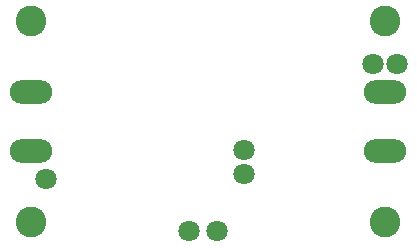
<source format=gbr>
%TF.GenerationSoftware,Altium Limited,Altium Designer,20.1.8 (145)*%
G04 Layer_Color=16711935*
%FSLAX24Y24*%
%MOIN*%
%TF.SameCoordinates,EFFAC6F7-03CC-4013-BD78-E1C7C4EA7A57*%
%TF.FilePolarity,Negative*%
%TF.FileFunction,Soldermask,Bot*%
%TF.Part,Single*%
G01*
G75*
%TA.AperFunction,ComponentPad*%
%ADD40C,0.0709*%
%TA.AperFunction,ViaPad*%
%ADD41C,0.1024*%
%ADD42O,0.1417X0.0787*%
%ADD43C,0.0709*%
D40*
X7166Y659D02*
D03*
X6252D02*
D03*
D41*
X984Y7677D02*
D03*
Y984D02*
D03*
X12789D02*
D03*
Y7677D02*
D03*
D42*
Y3346D02*
D03*
Y5315D02*
D03*
X984Y3346D02*
D03*
Y5315D02*
D03*
D43*
X12386Y6250D02*
D03*
X1468Y2392D02*
D03*
X13173Y6250D02*
D03*
X8072Y3374D02*
D03*
Y2587D02*
D03*
%TF.MD5,26b2684aa014240c2d7e0fb56ce23090*%
M02*

</source>
